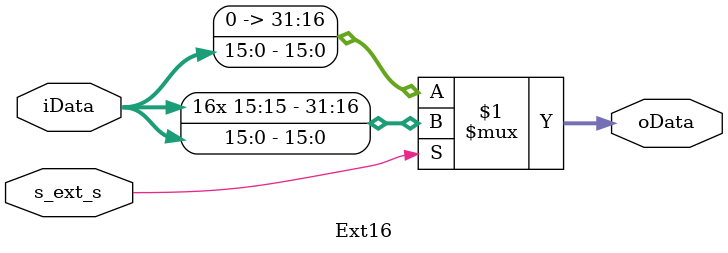
<source format=v>
`timescale 1ns / 1ps


module Ext16(
    input [15:0] iData,
    input s_ext_s,
    output [31:0] oData
    );
    assign oData = s_ext_s?{{16{iData[15]}},iData}:{16'b0, iData};
endmodule

</source>
